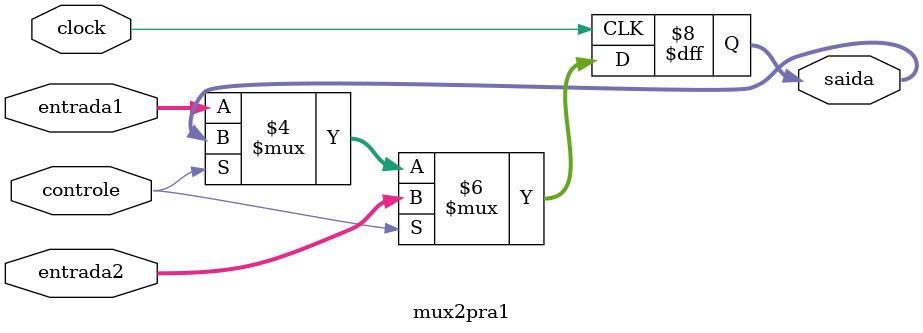
<source format=v>
module mux2pra1(
    input wire clock,
    input wire [31:0] entrada1,
    input wire [31:0] entrada2,
    input wire controle,
    output reg [31:0] saida);

    always @(posedge clock) begin

        if (controle == 0) begin
            saida <= entrada1;
        end

        if (controle == 1) begin
            saida <= entrada2;
        end

    end

endmodule
</source>
